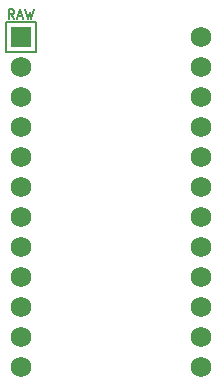
<source format=gbr>
%TF.GenerationSoftware,KiCad,Pcbnew,6.99.0*%
%TF.CreationDate,2021-12-29T17:54:11+01:00*%
%TF.ProjectId,tiny20C,74696e79-3230-4432-9e6b-696361645f70,VERSION_HERE*%
%TF.SameCoordinates,Original*%
%TF.FileFunction,Legend,Top*%
%TF.FilePolarity,Positive*%
%FSLAX46Y46*%
G04 Gerber Fmt 4.6, Leading zero omitted, Abs format (unit mm)*
G04 Created by KiCad (PCBNEW 6.99.0) date 2021-12-29 17:54:11*
%MOMM*%
%LPD*%
G01*
G04 APERTURE LIST*
%ADD10C,0.150000*%
%ADD11R,1.752600X1.752600*%
%ADD12C,1.752600*%
G04 APERTURE END LIST*
D10*
%TO.C,MCU1*%
X246752219Y-116011504D02*
X246485552Y-115630552D01*
X246295076Y-116011504D02*
X246295076Y-115211504D01*
X246599838Y-115211504D01*
X246676028Y-115249600D01*
X246714123Y-115287695D01*
X246752219Y-115363885D01*
X246752219Y-115478171D01*
X246714123Y-115554361D01*
X246676028Y-115592457D01*
X246599838Y-115630552D01*
X246295076Y-115630552D01*
X247056980Y-115782933D02*
X247437933Y-115782933D01*
X246980790Y-116011504D02*
X247247457Y-115211504D01*
X247514123Y-116011504D01*
X247704600Y-115211504D02*
X247895076Y-116011504D01*
X248047457Y-115440076D01*
X248199838Y-116011504D01*
X248390314Y-115211504D01*
X246060000Y-116310000D02*
X246060000Y-118850000D01*
X248600000Y-116310000D02*
X248600000Y-118850000D01*
X248600000Y-116310000D02*
X246060000Y-116310000D01*
X248600000Y-118850000D02*
X246060000Y-118850000D01*
%TD*%
D11*
%TO.C,MCU1*%
X247330000Y-117580000D03*
D12*
X247330000Y-120120000D03*
X247330000Y-122660000D03*
X247330000Y-125200000D03*
X247330000Y-127740000D03*
X247330000Y-130280000D03*
X247330000Y-132820000D03*
X247330000Y-135360000D03*
X247330000Y-137900000D03*
X247330000Y-140440000D03*
X247330000Y-142980000D03*
X247330000Y-145520000D03*
X262570000Y-117580000D03*
X262570000Y-120120000D03*
X262570000Y-122660000D03*
X262570000Y-125200000D03*
X262570000Y-127740000D03*
X262570000Y-130280000D03*
X262570000Y-132820000D03*
X262570000Y-135360000D03*
X262570000Y-137900000D03*
X262570000Y-140440000D03*
X262570000Y-142980000D03*
X262570000Y-145520000D03*
%TD*%
M02*

</source>
